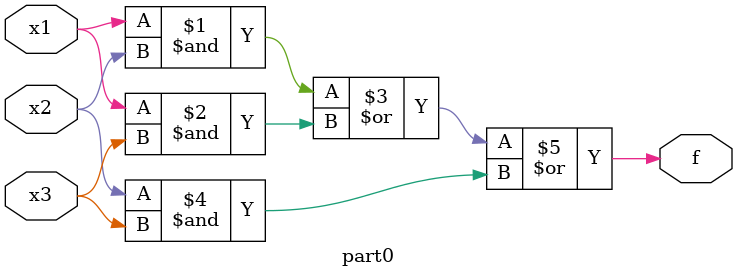
<source format=v>
/*
Oscar Reyes-Sanchez
Majority Module
*/
module part0 (x1, x2, x3, f);
input x1, x2, x3;
output f;
assign f = (x1 & x2) | (x1 & x3) | (x2 & x3);
endmodule
</source>
